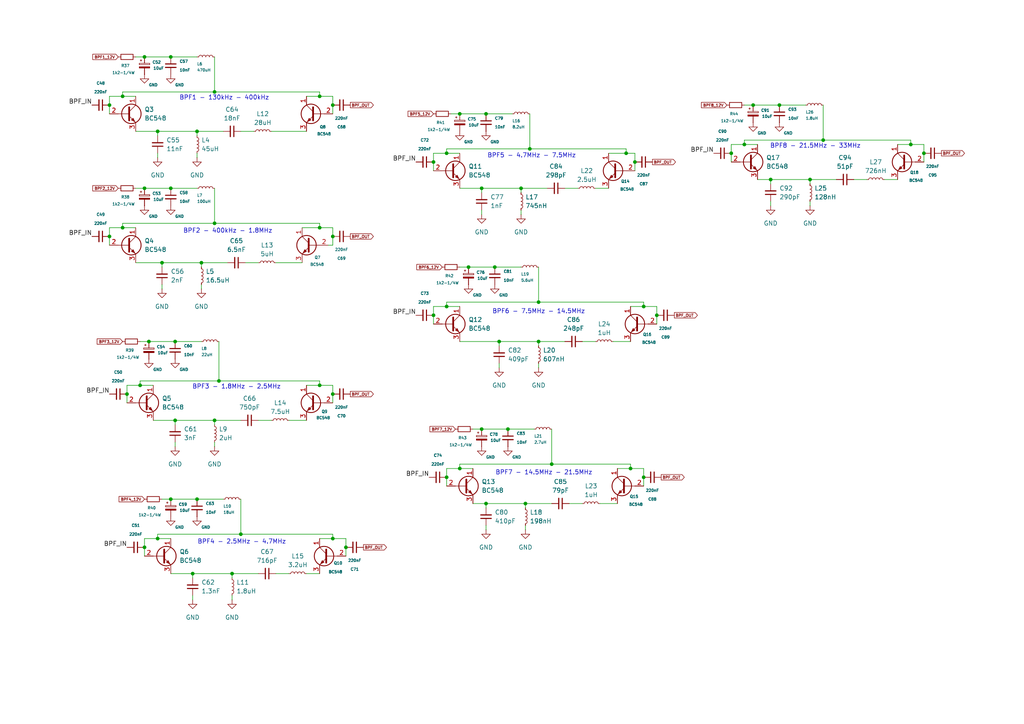
<source format=kicad_sch>
(kicad_sch (version 20250114) (generator "eeschema") (generator_version "9.0")
  (paper "A4")
  (title_block (title "Omega Radio"))
  (text "BPF2 - 400kHz - 1.8MHz " (at 66.548 67.056 0) (effects (font (size 1.27 1.27))))
  (text "BPF8 - 21.5MHz - 33MHz " (at 236.982 42.418 0) (effects (font (size 1.27 1.27))))
  (text "BPF4 - 2.5MHz - 4.7MHz " (at 70.612 157.226 0) (effects (font (size 1.27 1.27))))
  (text "BPF5 - 4.7MHz - 7.5MHz " (at 154.686 45.212 0) (effects (font (size 1.27 1.27))))
  (text "BPF7 - 14.5MHz - 21.5MHz " (at 158.242 137.16 0) (effects (font (size 1.27 1.27))))
  (text "BPF6 - 7.5MHz - 14.5MHz " (at 156.718 90.424 0) (effects (font (size 1.27 1.27))))
  (text "BPF3 - 1.8MHz - 2.5MHz " (at 69.088 112.268 0) (effects (font (size 1.27 1.27))))
  (text "BPF1 - 130kHz - 400kHz " (at 65.532 28.448 0) (effects (font (size 1.27 1.27))))
  (junction (at 40.64 111.76))
  (junction (at 144.78 99.06))
  (junction (at 184.15 46.99))
  (junction (at 186.69 138.43))
  (junction (at 92.71 66.04))
  (junction (at 36.83 114.3))
  (junction (at 67.31 166.37))
  (junction (at 35.56 27.94))
  (junction (at 50.8 99.06))
  (junction (at 152.4 146.05))
  (junction (at 129.54 88.9))
  (junction (at 125.73 91.44))
  (junction (at 49.53 144.78))
  (junction (at 62.23 64.77))
  (junction (at 140.97 146.05))
  (junction (at 49.53 54.61))
  (junction (at 264.16 41.91))
  (junction (at 96.52 156.21))
  (junction (at 46.99 76.2))
  (junction (at 100.33 158.75))
  (junction (at 226.06 30.48))
  (junction (at 182.88 135.89))
  (junction (at 143.51 77.47))
  (junction (at 96.52 30.48))
  (junction (at 41.91 16.51))
  (junction (at 31.75 68.58))
  (junction (at 49.53 16.51))
  (junction (at 139.7 124.46))
  (junction (at 92.71 27.94))
  (junction (at 62.23 121.92))
  (junction (at 133.35 135.89))
  (junction (at 212.09 44.45))
  (junction (at 267.97 44.45))
  (junction (at 147.32 124.46))
  (junction (at 45.72 156.21))
  (junction (at 31.75 30.48))
  (junction (at 218.44 30.48))
  (junction (at 160.02 134.62))
  (junction (at 57.15 144.78))
  (junction (at 238.76 40.64))
  (junction (at 190.5 91.44))
  (junction (at 45.72 38.1))
  (junction (at 57.15 38.1))
  (junction (at 215.9 41.91))
  (junction (at 62.23 26.67))
  (junction (at 129.54 44.45))
  (junction (at 234.95 52.07))
  (junction (at 41.91 158.75))
  (junction (at 55.88 166.37))
  (junction (at 156.21 99.06))
  (junction (at 223.52 52.07))
  (junction (at 135.89 77.47))
  (junction (at 41.91 54.61))
  (junction (at 96.52 68.58))
  (junction (at 129.54 138.43))
  (junction (at 181.61 44.45))
  (junction (at 69.85 154.94))
  (junction (at 139.7 54.61))
  (junction (at 125.73 46.99))
  (junction (at 35.56 66.04))
  (junction (at 156.21 87.63))
  (junction (at 96.52 114.3))
  (junction (at 186.69 88.9))
  (junction (at 133.35 33.02))
  (junction (at 63.5 110.49))
  (junction (at 92.71 111.76))
  (junction (at 43.18 99.06))
  (junction (at 58.42 76.2))
  (junction (at 140.97 33.02))
  (junction (at 50.8 121.92))
  (junction (at 151.13 54.61))
  (junction (at 153.67 43.18))
  (wire (pts (xy 256.54 52.07) (xy 260.35 52.07)))
  (wire (pts (xy 267.97 41.91) (xy 264.16 41.91)))
  (wire (pts (xy 45.72 39.37) (xy 45.72 38.1)))
  (wire (pts (xy 186.69 140.97) (xy 186.69 138.43)))
  (wire (pts (xy 133.35 134.62) (xy 160.02 134.62)))
  (wire (pts (xy 69.85 144.78) (xy 69.85 154.94)))
  (wire (pts (xy 151.13 54.61) (xy 139.7 54.61)))
  (wire (pts (xy 62.23 128.27) (xy 62.23 129.54)))
  (wire (pts (xy 41.91 16.51) (xy 49.53 16.51)))
  (wire (pts (xy 31.75 30.48) (xy 31.75 27.94)))
  (wire (pts (xy 39.37 76.2) (xy 46.99 76.2)))
  (wire (pts (xy 40.64 110.49) (xy 63.5 110.49)))
  (wire (pts (xy 151.13 60.96) (xy 151.13 62.23)))
  (wire (pts (xy 184.15 49.53) (xy 184.15 46.99)))
  (wire (pts (xy 267.97 46.99) (xy 267.97 44.45)))
  (wire (pts (xy 129.54 138.43) (xy 129.54 135.89)))
  (wire (pts (xy 57.15 38.1) (xy 64.77 38.1)))
  (wire (pts (xy 140.97 147.32) (xy 140.97 146.05)))
  (wire (pts (xy 190.5 91.44) (xy 190.5 88.9)))
  (wire (pts (xy 41.91 161.29) (xy 41.91 158.75)))
  (wire (pts (xy 45.72 154.94) (xy 69.85 154.94)))
  (wire (pts (xy 140.97 33.02) (xy 148.59 33.02)))
  (wire (pts (xy 182.88 135.89) (xy 179.07 135.89)))
  (wire (pts (xy 129.54 43.18) (xy 153.67 43.18)))
  (wire (pts (xy 50.8 99.06) (xy 58.42 99.06)))
  (wire (pts (xy 234.95 53.34) (xy 234.95 52.07)))
  (wire (pts (xy 218.44 30.48) (xy 226.06 30.48)))
  (wire (pts (xy 71.12 76.2) (xy 74.93 76.2)))
  (wire (pts (xy 133.35 99.06) (xy 144.78 99.06)))
  (wire (pts (xy 62.23 121.92) (xy 50.8 121.92)))
  (wire (pts (xy 35.56 26.67) (xy 35.56 27.94)))
  (wire (pts (xy 264.16 40.64) (xy 264.16 41.91)))
  (wire (pts (xy 67.31 167.64) (xy 67.31 166.37)))
  (wire (pts (xy 31.75 71.12) (xy 31.75 68.58)))
  (wire (pts (xy 95.25 71.12) (xy 96.52 71.12)))
  (wire (pts (xy 58.42 76.2) (xy 46.99 76.2)))
  (wire (pts (xy 186.69 135.89) (xy 182.88 135.89)))
  (wire (pts (xy 35.56 66.04) (xy 35.56 64.77)))
  (wire (pts (xy 63.5 110.49) (xy 92.71 110.49)))
  (wire (pts (xy 96.52 68.58) (xy 96.52 71.12)))
  (wire (pts (xy 80.01 166.37) (xy 83.82 166.37)))
  (wire (pts (xy 40.64 111.76) (xy 44.45 111.76)))
  (wire (pts (xy 46.99 144.78) (xy 49.53 144.78)))
  (wire (pts (xy 234.95 52.07) (xy 223.52 52.07)))
  (wire (pts (xy 215.9 41.91) (xy 215.9 40.64)))
  (wire (pts (xy 39.37 38.1) (xy 45.72 38.1)))
  (wire (pts (xy 44.45 121.92) (xy 50.8 121.92)))
  (wire (pts (xy 129.54 87.63) (xy 156.21 87.63)))
  (wire (pts (xy 55.88 167.64) (xy 55.88 166.37)))
  (wire (pts (xy 96.52 30.48) (xy 96.52 27.94)))
  (wire (pts (xy 184.15 44.45) (xy 181.61 44.45)))
  (wire (pts (xy 190.5 93.98) (xy 190.5 91.44)))
  (wire (pts (xy 58.42 77.47) (xy 58.42 76.2)))
  (wire (pts (xy 92.71 110.49) (xy 92.71 111.76)))
  (wire (pts (xy 62.23 54.61) (xy 62.23 64.77)))
  (wire (pts (xy 74.93 121.92) (xy 78.74 121.92)))
  (wire (pts (xy 100.33 161.29) (xy 100.33 158.75)))
  (wire (pts (xy 133.35 135.89) (xy 133.35 134.62)))
  (wire (pts (xy 62.23 121.92) (xy 69.85 121.92)))
  (wire (pts (xy 92.71 27.94) (xy 88.9 27.94)))
  (wire (pts (xy 151.13 54.61) (xy 158.75 54.61)))
  (wire (pts (xy 133.35 77.47) (xy 135.89 77.47)))
  (wire (pts (xy 163.83 54.61) (xy 167.64 54.61)))
  (wire (pts (xy 69.85 154.94) (xy 96.52 154.94)))
  (wire (pts (xy 151.13 55.88) (xy 151.13 54.61)))
  (wire (pts (xy 80.01 76.2) (xy 87.63 76.2)))
  (wire (pts (xy 31.75 27.94) (xy 35.56 27.94)))
  (wire (pts (xy 35.56 26.67) (xy 62.23 26.67)))
  (wire (pts (xy 153.67 43.18) (xy 181.61 43.18)))
  (wire (pts (xy 137.16 124.46) (xy 139.7 124.46)))
  (wire (pts (xy 139.7 55.88) (xy 139.7 54.61)))
  (wire (pts (xy 238.76 40.64) (xy 264.16 40.64)))
  (wire (pts (xy 45.72 156.21) (xy 45.72 154.94)))
  (wire (pts (xy 130.81 33.02) (xy 133.35 33.02)))
  (wire (pts (xy 96.52 66.04) (xy 92.71 66.04)))
  (wire (pts (xy 49.53 166.37) (xy 55.88 166.37)))
  (wire (pts (xy 223.52 59.69) (xy 223.52 58.42)))
  (wire (pts (xy 100.33 158.75) (xy 100.33 156.21)))
  (wire (pts (xy 57.15 38.1) (xy 45.72 38.1)))
  (wire (pts (xy 96.52 116.84) (xy 96.52 114.3)))
  (wire (pts (xy 135.89 77.47) (xy 143.51 77.47)))
  (wire (pts (xy 49.53 16.51) (xy 57.15 16.51)))
  (wire (pts (xy 234.95 58.42) (xy 234.95 59.69)))
  (wire (pts (xy 140.97 153.67) (xy 140.97 152.4)))
  (wire (pts (xy 219.71 52.07) (xy 223.52 52.07)))
  (wire (pts (xy 69.85 38.1) (xy 73.66 38.1)))
  (wire (pts (xy 181.61 44.45) (xy 176.53 44.45)))
  (wire (pts (xy 181.61 43.18) (xy 181.61 44.45)))
  (wire (pts (xy 177.8 99.06) (xy 182.88 99.06)))
  (wire (pts (xy 153.67 33.02) (xy 153.67 43.18)))
  (wire (pts (xy 46.99 83.82) (xy 46.99 82.55)))
  (wire (pts (xy 36.83 116.84) (xy 36.83 114.3)))
  (wire (pts (xy 215.9 30.48) (xy 218.44 30.48)))
  (wire (pts (xy 186.69 87.63) (xy 186.69 88.9)))
  (wire (pts (xy 78.74 38.1) (xy 88.9 38.1)))
  (wire (pts (xy 31.75 66.04) (xy 35.56 66.04)))
  (wire (pts (xy 62.23 26.67) (xy 92.71 26.67)))
  (wire (pts (xy 41.91 156.21) (xy 45.72 156.21)))
  (wire (pts (xy 247.65 52.07) (xy 251.46 52.07)))
  (wire (pts (xy 57.15 44.45) (xy 57.15 45.72)))
  (wire (pts (xy 226.06 30.48) (xy 233.68 30.48)))
  (wire (pts (xy 96.52 156.21) (xy 92.71 156.21)))
  (wire (pts (xy 143.51 77.47) (xy 151.13 77.47)))
  (wire (pts (xy 125.73 93.98) (xy 125.73 91.44)))
  (wire (pts (xy 129.54 44.45) (xy 133.35 44.45)))
  (wire (pts (xy 190.5 88.9) (xy 186.69 88.9)))
  (wire (pts (xy 92.71 26.67) (xy 92.71 27.94)))
  (wire (pts (xy 35.56 27.94) (xy 39.37 27.94)))
  (wire (pts (xy 50.8 123.19) (xy 50.8 121.92)))
  (wire (pts (xy 172.72 54.61) (xy 176.53 54.61)))
  (wire (pts (xy 234.95 52.07) (xy 242.57 52.07)))
  (wire (pts (xy 238.76 30.48) (xy 238.76 40.64)))
  (wire (pts (xy 62.23 16.51) (xy 62.23 26.67)))
  (wire (pts (xy 184.15 46.99) (xy 184.15 44.45)))
  (wire (pts (xy 168.91 99.06) (xy 172.72 99.06)))
  (wire (pts (xy 144.78 106.68) (xy 144.78 105.41)))
  (wire (pts (xy 212.09 44.45) (xy 212.09 41.91)))
  (wire (pts (xy 133.35 135.89) (xy 137.16 135.89)))
  (wire (pts (xy 35.56 66.04) (xy 39.37 66.04)))
  (wire (pts (xy 62.23 123.19) (xy 62.23 121.92)))
  (wire (pts (xy 129.54 88.9) (xy 129.54 87.63)))
  (wire (pts (xy 96.52 111.76) (xy 92.71 111.76)))
  (wire (pts (xy 67.31 166.37) (xy 74.93 166.37)))
  (wire (pts (xy 67.31 166.37) (xy 55.88 166.37)))
  (wire (pts (xy 129.54 88.9) (xy 133.35 88.9)))
  (wire (pts (xy 92.71 64.77) (xy 92.71 66.04)))
  (wire (pts (xy 125.73 46.99) (xy 125.73 44.45)))
  (wire (pts (xy 182.88 134.62) (xy 182.88 135.89)))
  (wire (pts (xy 55.88 173.99) (xy 55.88 172.72)))
  (wire (pts (xy 156.21 105.41) (xy 156.21 106.68)))
  (wire (pts (xy 137.16 146.05) (xy 140.97 146.05)))
  (wire (pts (xy 125.73 91.44) (xy 125.73 88.9)))
  (wire (pts (xy 39.37 54.61) (xy 41.91 54.61)))
  (wire (pts (xy 186.69 88.9) (xy 182.88 88.9)))
  (wire (pts (xy 49.53 54.61) (xy 57.15 54.61)))
  (wire (pts (xy 96.52 68.58) (xy 96.52 66.04)))
  (wire (pts (xy 156.21 87.63) (xy 186.69 87.63)))
  (wire (pts (xy 67.31 172.72) (xy 67.31 173.99)))
  (wire (pts (xy 36.83 111.76) (xy 40.64 111.76)))
  (wire (pts (xy 173.99 146.05) (xy 179.07 146.05)))
  (wire (pts (xy 35.56 64.77) (xy 62.23 64.77)))
  (wire (pts (xy 133.35 33.02) (xy 140.97 33.02)))
  (wire (pts (xy 267.97 44.45) (xy 267.97 41.91)))
  (wire (pts (xy 165.1 146.05) (xy 168.91 146.05)))
  (wire (pts (xy 88.9 166.37) (xy 92.71 166.37)))
  (wire (pts (xy 39.37 16.51) (xy 41.91 16.51)))
  (wire (pts (xy 96.52 114.3) (xy 96.52 111.76)))
  (wire (pts (xy 83.82 121.92) (xy 88.9 121.92)))
  (wire (pts (xy 152.4 152.4) (xy 152.4 153.67)))
  (wire (pts (xy 63.5 99.06) (xy 63.5 110.49)))
  (wire (pts (xy 139.7 124.46) (xy 147.32 124.46)))
  (wire (pts (xy 58.42 76.2) (xy 66.04 76.2)))
  (wire (pts (xy 160.02 134.62) (xy 182.88 134.62)))
  (wire (pts (xy 45.72 45.72) (xy 45.72 44.45)))
  (wire (pts (xy 156.21 100.33) (xy 156.21 99.06)))
  (wire (pts (xy 125.73 44.45) (xy 129.54 44.45)))
  (wire (pts (xy 156.21 77.47) (xy 156.21 87.63)))
  (wire (pts (xy 40.64 111.76) (xy 40.64 110.49)))
  (wire (pts (xy 96.52 33.02) (xy 96.52 30.48)))
  (wire (pts (xy 96.52 27.94) (xy 92.71 27.94)))
  (wire (pts (xy 129.54 135.89) (xy 133.35 135.89)))
  (wire (pts (xy 92.71 111.76) (xy 88.9 111.76)))
  (wire (pts (xy 152.4 146.05) (xy 140.97 146.05)))
  (wire (pts (xy 129.54 44.45) (xy 129.54 43.18)))
  (wire (pts (xy 58.42 82.55) (xy 58.42 83.82)))
  (wire (pts (xy 41.91 54.61) (xy 49.53 54.61)))
  (wire (pts (xy 212.09 46.99) (xy 212.09 44.45)))
  (wire (pts (xy 125.73 88.9) (xy 129.54 88.9)))
  (wire (pts (xy 57.15 144.78) (xy 64.77 144.78)))
  (wire (pts (xy 152.4 146.05) (xy 160.02 146.05)))
  (wire (pts (xy 31.75 68.58) (xy 31.75 66.04)))
  (wire (pts (xy 50.8 129.54) (xy 50.8 128.27)))
  (wire (pts (xy 49.53 144.78) (xy 57.15 144.78)))
  (wire (pts (xy 223.52 53.34) (xy 223.52 52.07)))
  (wire (pts (xy 152.4 147.32) (xy 152.4 146.05)))
  (wire (pts (xy 133.35 54.61) (xy 139.7 54.61)))
  (wire (pts (xy 160.02 124.46) (xy 160.02 134.62)))
  (wire (pts (xy 186.69 138.43) (xy 186.69 135.89)))
  (wire (pts (xy 156.21 99.06) (xy 163.83 99.06)))
  (wire (pts (xy 31.75 33.02) (xy 31.75 30.48)))
  (wire (pts (xy 215.9 41.91) (xy 219.71 41.91)))
  (wire (pts (xy 36.83 114.3) (xy 36.83 111.76)))
  (wire (pts (xy 41.91 158.75) (xy 41.91 156.21)))
  (wire (pts (xy 125.73 49.53) (xy 125.73 46.99)))
  (wire (pts (xy 100.33 156.21) (xy 96.52 156.21)))
  (wire (pts (xy 46.99 77.47) (xy 46.99 76.2)))
  (wire (pts (xy 212.09 41.91) (xy 215.9 41.91)))
  (wire (pts (xy 156.21 99.06) (xy 144.78 99.06)))
  (wire (pts (xy 43.18 99.06) (xy 50.8 99.06)))
  (wire (pts (xy 92.71 66.04) (xy 87.63 66.04)))
  (wire (pts (xy 139.7 62.23) (xy 139.7 60.96)))
  (wire (pts (xy 62.23 64.77) (xy 92.71 64.77)))
  (wire (pts (xy 45.72 156.21) (xy 49.53 156.21)))
  (wire (pts (xy 144.78 100.33) (xy 144.78 99.06)))
  (wire (pts (xy 147.32 124.46) (xy 154.94 124.46)))
  (wire (pts (xy 40.64 99.06) (xy 43.18 99.06)))
  (wire (pts (xy 129.54 140.97) (xy 129.54 138.43)))
  (wire (pts (xy 215.9 40.64) (xy 238.76 40.64)))
  (wire (pts (xy 57.15 39.37) (xy 57.15 38.1)))
  (wire (pts (xy 264.16 41.91) (xy 260.35 41.91)))
  (wire (pts (xy 96.52 154.94) (xy 96.52 156.21)))
  (label "BPF_IN" (at 120.65 46.99 180))
  (label "BPF_IN" (at 31.75 114.3 180))
  (label "BPF_IN" (at 207.01 44.45 180))
  (label "BPF_IN" (at 120.65 91.44 180))
  (label "BPF_IN" (at 26.67 30.48 180))
  (label "BPF_IN" (at 124.46 138.43 180))
  (label "BPF_IN" (at 26.67 68.58 180))
  (label "BPF_IN" (at 36.83 158.75 180))
  (global_label "BPF2_12V" (shape input) (at 34.29 54.61 180) (effects (font (size 0.8 0.8))) (property "Intersheetrefs" "${INTERSHEET_REFS}" (effects (hide yes))))
  (global_label "BPF_OUT" (shape output) (at 105.41 158.75 0) (effects (font (size 0.8 0.8))) (property "Intersheetrefs" "${INTERSHEET_REFS}" (effects (hide yes))))
  (global_label "BPF_OUT" (shape output) (at 189.23 46.99 0) (effects (font (size 0.8 0.8))) (property "Intersheetrefs" "${INTERSHEET_REFS}" (effects (hide yes))))
  (global_label "BPF3_12V" (shape input) (at 35.56 99.06 180) (effects (font (size 0.8 0.8))) (property "Intersheetrefs" "${INTERSHEET_REFS}" (effects (hide yes))))
  (global_label "BPF_OUT" (shape output) (at 101.6 114.3 0) (effects (font (size 0.8 0.8))) (property "Intersheetrefs" "${INTERSHEET_REFS}" (effects (hide yes))))
  (global_label "BPF_OUT" (shape output) (at 195.58 91.44 0) (effects (font (size 0.8 0.8))) (property "Intersheetrefs" "${INTERSHEET_REFS}" (effects (hide yes))))
  (global_label "BPF_OUT" (shape output) (at 101.6 68.58 0) (effects (font (size 0.8 0.8))) (property "Intersheetrefs" "${INTERSHEET_REFS}" (effects (hide yes))))
  (global_label "BPF6_12V" (shape input) (at 128.27 77.47 180) (effects (font (size 0.8 0.8))) (property "Intersheetrefs" "${INTERSHEET_REFS}" (effects (hide yes))))
  (global_label "BPF_OUT" (shape output) (at 191.77 138.43 0) (effects (font (size 0.8 0.8))) (property "Intersheetrefs" "${INTERSHEET_REFS}" (effects (hide yes))))
  (global_label "BPF_OUT" (shape output) (at 273.05 44.45 0) (effects (font (size 0.8 0.8))) (property "Intersheetrefs" "${INTERSHEET_REFS}" (effects (hide yes))))
  (global_label "BPF5_12V" (shape input) (at 125.73 33.02 180) (effects (font (size 0.8 0.8))) (property "Intersheetrefs" "${INTERSHEET_REFS}" (effects (hide yes))))
  (global_label "BPF4_12V" (shape input) (at 41.91 144.78 180) (effects (font (size 0.8 0.8))) (property "Intersheetrefs" "${INTERSHEET_REFS}" (effects (hide yes))))
  (global_label "BPF1_12V" (shape input) (at 34.29 16.51 180) (effects (font (size 0.8 0.8))) (property "Intersheetrefs" "${INTERSHEET_REFS}" (effects (hide yes))))
  (global_label "BPF8_12V" (shape input) (at 210.82 30.48 180) (effects (font (size 0.8 0.8))) (property "Intersheetrefs" "${INTERSHEET_REFS}" (effects (hide yes))))
  (global_label "BPF_OUT" (shape output) (at 101.6 30.48 0) (effects (font (size 0.8 0.8))) (property "Intersheetrefs" "${INTERSHEET_REFS}" (effects (hide yes))))
  (global_label "BPF7_12V" (shape input) (at 132.08 124.46 180) (effects (font (size 0.8 0.8))) (property "Intersheetrefs" "${INTERSHEET_REFS}" (effects (hide yes))))
  (symbol (lib_id "power:GND") (at 226.06 35.56 0) (unit 1)
    (property "Reference" "#PWR0116" (effects (hide yes)))
    (property "Value" "GND" (at 228.6 38.608 0) (effects (font (size 0.8 0.8))))
    (property "Description" "Power symbol creates a global label with name \"GND\" , ground" (effects (hide yes)))
  )
  (symbol (lib_id "Device:L_Small") (at 153.67 77.47 90) (unit 1)
    (property "Reference" "L19" (at 151.13 79.502 90) (effects (font (size 0.8 0.8)) (justify right)))
    (property "Value" "5.6uH" (at 151.13 81.28 90) (effects (font (size 0.8 0.8)) (justify right)))
    (property "Description" "Inductor, small symbol" (effects (hide yes)))
  )
  (symbol (lib_id "Transistor_BJT:BC548") (at 130.81 49.53 0) (unit 1)
    (property "Reference" "Q11" (at 135.89 48.2599 0) (effects (justify left)))
    (property "Value" "BC548" (at 135.89 50.7999 0) (effects (justify left)))
    (property "Footprint" "Package_TO_SOT_THT:TO-92_Inline" (effects (hide yes)))
    (property "Datasheet" "https://www.onsemi.com/pub/Collateral/BC550-D.pdf" (effects (hide yes)))
    (property "Description" "0.1A Ic, 30V Vce, Small Signal NPN Transistor, TO-92" (effects (hide yes)))
  )
  (symbol (lib_id "Device:C_Polarized_Small") (at 133.35 35.56 0) (unit 1)
    (property "Reference" "C75" (at 135.636 34.544 0) (effects (font (size 0.8 0.8)) (justify left)))
    (property "Value" "10uF" (at 135.89 36.2839 0) (effects (font (size 0.8 0.8)) (justify left)))
    (property "Description" "Polarized capacitor, small symbol" (effects (hide yes)))
  )
  (symbol (lib_id "Device:L_Small") (at 58.42 80.01 0) (unit 1)
    (property "Reference" "L5" (at 59.69 78.7399 0) (effects (justify left)))
    (property "Value" "16.5uH" (at 59.69 81.2799 0) (effects (justify left)))
    (property "Description" "Inductor, small symbol" (effects (hide yes)))
  )
  (symbol (lib_id "Device:C_Small") (at 99.06 68.58 270) (mirror x) (unit 1)
    (property "Reference" "C69" (at 99.0536 74.93 90) (effects (font (size 0.8 0.8))))
    (property "Value" "220nF" (at 99.0536 72.39 90) (effects (font (size 0.8 0.8))))
    (property "Description" "Unpolarized capacitor, small symbol" (effects (hide yes)))
  )
  (symbol (lib_id "Device:C_Small") (at 99.06 30.48 270) (mirror x) (unit 1)
    (property "Reference" "C68" (at 99.0536 36.83 90) (effects (font (size 0.8 0.8))))
    (property "Value" "220nF" (at 99.0536 34.29 90) (effects (font (size 0.8 0.8))))
    (property "Description" "Unpolarized capacitor, small symbol" (effects (hide yes)))
  )
  (symbol (lib_id "Device:C_Small") (at 144.78 102.87 180) (unit 1)
    (property "Reference" "C82" (at 147.32 101.5935 0) (effects (justify right)))
    (property "Value" "409pF" (at 147.32 104.1335 0) (effects (justify right)))
    (property "Description" "Unpolarized capacitor, small symbol" (effects (hide yes)))
  )
  (symbol (lib_id "Device:C_Small") (at 102.87 158.75 270) (mirror x) (unit 1)
    (property "Reference" "C71" (at 102.8636 165.1 90) (effects (font (size 0.8 0.8))))
    (property "Value" "220nF" (at 102.8636 162.56 90) (effects (font (size 0.8 0.8))))
    (property "Description" "Unpolarized capacitor, small symbol" (effects (hide yes)))
  )
  (symbol (lib_id "power:GND") (at 58.42 83.82 0) (unit 1)
    (property "Reference" "#PWR099" (effects (hide yes)))
    (property "Value" "GND" (at 58.42 88.9 0))
    (property "Description" "Power symbol creates a global label with name \"GND\" , ground" (effects (hide yes)))
  )
  (symbol (lib_id "Device:L_Small") (at 81.28 121.92 90) (unit 1)
    (property "Reference" "L14" (at 81.28 116.84 90))
    (property "Value" "7.5uH" (at 81.28 119.38 90))
    (property "Description" "Inductor, small symbol" (effects (hide yes)))
  )
  (symbol (lib_id "Device:C_Small") (at 193.04 91.44 270) (mirror x) (unit 1)
    (property "Reference" "C89" (at 193.0336 97.79 90) (effects (font (size 0.8 0.8))))
    (property "Value" "220nF" (at 193.0336 95.25 90) (effects (font (size 0.8 0.8))))
    (property "Description" "Unpolarized capacitor, small symbol" (effects (hide yes)))
  )
  (symbol (lib_id "Device:C_Small") (at 99.06 114.3 270) (mirror x) (unit 1)
    (property "Reference" "C70" (at 99.0536 120.65 90) (effects (font (size 0.8 0.8))))
    (property "Value" "220nF" (at 99.0536 118.11 90) (effects (font (size 0.8 0.8))))
    (property "Description" "Unpolarized capacitor, small symbol" (effects (hide yes)))
  )
  (symbol (lib_id "power:GND") (at 144.78 106.68 0) (unit 1)
    (property "Reference" "#PWR0109" (effects (hide yes)))
    (property "Value" "GND" (at 144.78 111.76 0))
    (property "Description" "Power symbol creates a global label with name \"GND\" , ground" (effects (hide yes)))
  )
  (symbol (lib_id "Transistor_BJT:BC548") (at 36.83 33.02 0) (unit 1)
    (property "Reference" "Q3" (at 41.91 31.7499 0) (effects (justify left)))
    (property "Value" "BC548" (at 41.91 34.2899 0) (effects (justify left)))
    (property "Footprint" "Package_TO_SOT_THT:TO-92_Inline" (effects (hide yes)))
    (property "Datasheet" "https://www.onsemi.com/pub/Collateral/BC550-D.pdf" (effects (hide yes)))
    (property "Description" "0.1A Ic, 30V Vce, Small Signal NPN Transistor, TO-92" (effects (hide yes)))
  )
  (symbol (lib_id "Device:C_Small") (at 29.21 68.58 270) (unit 1)
    (property "Reference" "C49" (at 29.2036 62.23 90) (effects (font (size 0.8 0.8))))
    (property "Value" "220nF" (at 29.2036 64.77 90) (effects (font (size 0.8 0.8))))
    (property "Description" "Unpolarized capacitor, small symbol" (effects (hide yes)))
  )
  (symbol (lib_id "power:GND") (at 135.89 82.55 0) (unit 1)
    (property "Reference" "#PWR0103" (effects (hide yes)))
    (property "Value" "GND" (at 138.43 85.598 0) (effects (font (size 0.8 0.8))))
    (property "Description" "Power symbol creates a global label with name \"GND\" , ground" (effects (hide yes)))
  )
  (symbol (lib_id "Device:C_Polarized_Small") (at 41.91 19.05 0) (unit 1)
    (property "Reference" "C52" (at 44.196 18.034 0) (effects (font (size 0.8 0.8)) (justify left)))
    (property "Value" "10uF" (at 44.45 19.7739 0) (effects (font (size 0.8 0.8)) (justify left)))
    (property "Description" "Polarized capacitor, small symbol" (effects (hide yes)))
  )
  (symbol (lib_id "Device:L_Small") (at 67.31 170.18 0) (unit 1)
    (property "Reference" "L11" (at 68.58 168.9099 0) (effects (justify left)))
    (property "Value" "1.8uH" (at 68.58 171.4499 0) (effects (justify left)))
    (property "Description" "Inductor, small symbol" (effects (hide yes)))
  )
  (symbol (lib_id "Device:C_Small") (at 46.99 80.01 180) (unit 1)
    (property "Reference" "C56" (at 49.53 78.7335 0) (effects (justify right)))
    (property "Value" "2nF" (at 49.53 81.2735 0) (effects (justify right)))
    (property "Description" "Unpolarized capacitor, small symbol" (effects (hide yes)))
  )
  (symbol (lib_id "power:GND") (at 147.32 129.54 0) (unit 1)
    (property "Reference" "#PWR0110" (effects (hide yes)))
    (property "Value" "GND" (at 149.86 132.588 0) (effects (font (size 0.8 0.8))))
    (property "Description" "Power symbol creates a global label with name \"GND\" , ground" (effects (hide yes)))
  )
  (symbol (lib_id "power:GND") (at 218.44 35.56 0) (unit 1)
    (property "Reference" "#PWR0114" (effects (hide yes)))
    (property "Value" "GND" (at 220.98 38.608 0) (effects (font (size 0.8 0.8))))
    (property "Description" "Power symbol creates a global label with name \"GND\" , ground" (effects (hide yes)))
  )
  (symbol (lib_id "Transistor_BJT:BC548") (at 90.17 71.12 0) (mirror y) (unit 1)
    (property "Reference" "Q7" (at 92.964 74.676 0) (effects (font (size 0.8 0.8)) (justify left)))
    (property "Value" "BC548" (at 93.98 76.708 0) (effects (font (size 0.8 0.8)) (justify left)))
    (property "Footprint" "Package_TO_SOT_THT:TO-92_Inline" (effects (hide yes)))
    (property "Datasheet" "https://www.onsemi.com/pub/Collateral/BC550-D.pdf" (effects (hide yes)))
    (property "Description" "0.1A Ic, 30V Vce, Small Signal NPN Transistor, TO-92" (effects (hide yes)))
  )
  (symbol (lib_id "Device:C_Small") (at 72.39 121.92 270) (unit 1)
    (property "Reference" "C66" (at 72.3836 115.57 90))
    (property "Value" "750pF" (at 72.3836 118.11 90))
    (property "Description" "Unpolarized capacitor, small symbol" (effects (hide yes)))
  )
  (symbol (lib_id "power:GND") (at 49.53 149.86 0) (unit 1)
    (property "Reference" "#PWR093" (effects (hide yes)))
    (property "Value" "GND" (at 52.07 152.908 0) (effects (font (size 0.8 0.8))))
    (property "Description" "Power symbol creates a global label with name \"GND\" , ground" (effects (hide yes)))
  )
  (symbol (lib_id "Device:C_Small") (at 39.37 158.75 270) (unit 1)
    (property "Reference" "C51" (at 39.3636 152.4 90) (effects (font (size 0.8 0.8))))
    (property "Value" "220nF" (at 39.3636 154.94 90) (effects (font (size 0.8 0.8))))
    (property "Description" "Unpolarized capacitor, small symbol" (effects (hide yes)))
  )
  (symbol (lib_id "Transistor_BJT:BC548") (at 95.25 161.29 0) (mirror y) (unit 1)
    (property "Reference" "Q10" (at 99.314 163.322 0) (effects (font (size 0.8 0.8)) (justify left)))
    (property "Value" "BC548" (at 99.314 165.862 0) (effects (font (size 0.8 0.8)) (justify left)))
    (property "Footprint" "Package_TO_SOT_THT:TO-92_Inline" (effects (hide yes)))
    (property "Datasheet" "https://www.onsemi.com/pub/Collateral/BC550-D.pdf" (effects (hide yes)))
    (property "Description" "0.1A Ic, 30V Vce, Small Signal NPN Transistor, TO-92" (effects (hide yes)))
  )
  (symbol (lib_id "Device:L_Small") (at 86.36 166.37 90) (unit 1)
    (property "Reference" "L15" (at 86.36 161.29 90))
    (property "Value" "3.2uH" (at 86.36 163.83 90))
    (property "Description" "Inductor, small symbol" (effects (hide yes)))
  )
  (symbol (lib_id "power:GND") (at 49.53 59.69 0) (unit 1)
    (property "Reference" "#PWR092" (effects (hide yes)))
    (property "Value" "GND" (at 52.07 62.738 0) (effects (font (size 0.8 0.8))))
    (property "Description" "Power symbol creates a global label with name \"GND\" , ground" (effects (hide yes)))
  )
  (symbol (lib_id "Device:L_Small") (at 152.4 149.86 0) (unit 1)
    (property "Reference" "L18" (at 153.67 148.5899 0) (effects (justify left)))
    (property "Value" "198nH" (at 153.67 151.1299 0) (effects (justify left)))
    (property "Description" "Inductor, small symbol" (effects (hide yes)))
  )
  (symbol (lib_id "Device:C_Small") (at 49.53 19.05 0) (unit 1)
    (property "Reference" "C57" (at 52.07 17.7863 0) (effects (font (size 0.8 0.8)) (justify left)))
    (property "Value" "10nF" (at 52.07 20.3263 0) (effects (font (size 0.8 0.8)) (justify left)))
    (property "Description" "Unpolarized capacitor, small symbol" (effects (hide yes)))
  )
  (symbol (lib_id "Device:C_Small") (at 140.97 35.56 0) (unit 1)
    (property "Reference" "C79" (at 143.51 34.2963 0) (effects (font (size 0.8 0.8)) (justify left)))
    (property "Value" "10nF" (at 143.51 36.8363 0) (effects (font (size 0.8 0.8)) (justify left)))
    (property "Description" "Unpolarized capacitor, small symbol" (effects (hide yes)))
  )
  (symbol (lib_id "power:GND") (at 151.13 62.23 0) (unit 1)
    (property "Reference" "#PWR0111" (effects (hide yes)))
    (property "Value" "GND" (at 151.13 67.31 0))
    (property "Description" "Power symbol creates a global label with name \"GND\" , ground" (effects (hide yes)))
  )
  (symbol (lib_id "Device:L_Small") (at 234.95 55.88 0) (unit 1)
    (property "Reference" "L25" (at 236.22 54.6099 0) (effects (justify left)))
    (property "Value" "128nH" (at 236.22 57.1499 0) (effects (justify left)))
    (property "Description" "Inductor, small symbol" (effects (hide yes)))
  )
  (symbol (lib_id "Device:C_Small") (at 147.32 127 0) (unit 1)
    (property "Reference" "C83" (at 149.86 125.7363 0) (effects (font (size 0.8 0.8)) (justify left)))
    (property "Value" "10nF" (at 149.86 128.2763 0) (effects (font (size 0.8 0.8)) (justify left)))
    (property "Description" "Unpolarized capacitor, small symbol" (effects (hide yes)))
  )
  (symbol (lib_id "Device:R_Small") (at 36.83 16.51 90) (unit 1)
    (property "Reference" "R37" (at 37.592 19.05 90) (effects (font (size 0.8 0.8)) (justify left)))
    (property "Value" "1k2-1/4W" (at 39.116 21.082 90) (effects (font (size 0.8 0.8)) (justify left)))
    (property "Description" "Resistor, small symbol" (effects (hide yes)))
  )
  (symbol (lib_id "Device:C_Small") (at 209.55 44.45 270) (unit 1)
    (property "Reference" "C90" (at 209.5436 38.1 90) (effects (font (size 0.8 0.8))))
    (property "Value" "220nF" (at 209.5436 40.64 90) (effects (font (size 0.8 0.8))))
    (property "Description" "Unpolarized capacitor, small symbol" (effects (hide yes)))
  )
  (symbol (lib_id "Device:C_Polarized_Small") (at 43.18 101.6 0) (unit 1)
    (property "Reference" "C54" (at 45.466 100.584 0) (effects (font (size 0.8 0.8)) (justify left)))
    (property "Value" "10uF" (at 45.72 102.3239 0) (effects (font (size 0.8 0.8)) (justify left)))
    (property "Description" "Polarized capacitor, small symbol" (effects (hide yes)))
  )
  (symbol (lib_id "Device:C_Small") (at 50.8 101.6 0) (unit 1)
    (property "Reference" "C60" (at 53.34 100.3363 0) (effects (font (size 0.8 0.8)) (justify left)))
    (property "Value" "10nF" (at 53.34 102.8763 0) (effects (font (size 0.8 0.8)) (justify left)))
    (property "Description" "Unpolarized capacitor, small symbol" (effects (hide yes)))
  )
  (symbol (lib_id "power:GND") (at 46.99 83.82 0) (unit 1)
    (property "Reference" "#PWR090" (effects (hide yes)))
    (property "Value" "GND" (at 46.99 88.9 0))
    (property "Description" "Power symbol creates a global label with name \"GND\" , ground" (effects (hide yes)))
  )
  (symbol (lib_id "power:GND") (at 57.15 45.72 0) (unit 1)
    (property "Reference" "#PWR097" (effects (hide yes)))
    (property "Value" "GND" (at 57.15 50.8 0))
    (property "Description" "Power symbol creates a global label with name \"GND\" , ground" (effects (hide yes)))
  )
  (symbol (lib_id "Device:C_Polarized_Small") (at 41.91 57.15 0) (unit 1)
    (property "Reference" "C53" (at 44.196 56.134 0) (effects (font (size 0.8 0.8)) (justify left)))
    (property "Value" "10uF" (at 44.45 57.8739 0) (effects (font (size 0.8 0.8)) (justify left)))
    (property "Description" "Polarized capacitor, small symbol" (effects (hide yes)))
  )
  (symbol (lib_id "Device:C_Polarized_Small") (at 49.53 147.32 0) (unit 1)
    (property "Reference" "C59" (at 51.816 146.304 0) (effects (font (size 0.8 0.8)) (justify left)))
    (property "Value" "10uF" (at 52.07 148.0439 0) (effects (font (size 0.8 0.8)) (justify left)))
    (property "Description" "Polarized capacitor, small symbol" (effects (hide yes)))
  )
  (symbol (lib_id "power:GND") (at 57.15 149.86 0) (unit 1)
    (property "Reference" "#PWR098" (effects (hide yes)))
    (property "Value" "GND" (at 59.69 152.908 0) (effects (font (size 0.8 0.8))))
    (property "Description" "Power symbol creates a global label with name \"GND\" , ground" (effects (hide yes)))
  )
  (symbol (lib_id "power:GND") (at 223.52 59.69 0) (unit 1)
    (property "Reference" "#PWR0115" (effects (hide yes)))
    (property "Value" "GND" (at 223.52 64.77 0))
    (property "Description" "Power symbol creates a global label with name \"GND\" , ground" (effects (hide yes)))
  )
  (symbol (lib_id "power:GND") (at 41.91 59.69 0) (unit 1)
    (property "Reference" "#PWR087" (effects (hide yes)))
    (property "Value" "GND" (at 44.45 62.738 0) (effects (font (size 0.8 0.8))))
    (property "Description" "Power symbol creates a global label with name \"GND\" , ground" (effects (hide yes)))
  )
  (symbol (lib_id "Device:C_Small") (at 186.69 46.99 270) (mirror x) (unit 1)
    (property "Reference" "C87" (at 186.6836 53.34 90) (effects (font (size 0.8 0.8))))
    (property "Value" "220nF" (at 186.6836 50.8 90) (effects (font (size 0.8 0.8))))
    (property "Description" "Unpolarized capacitor, small symbol" (effects (hide yes)))
  )
  (symbol (lib_id "power:GND") (at 139.7 129.54 0) (unit 1)
    (property "Reference" "#PWR0105" (effects (hide yes)))
    (property "Value" "GND" (at 142.24 132.588 0) (effects (font (size 0.8 0.8))))
    (property "Description" "Power symbol creates a global label with name \"GND\" , ground" (effects (hide yes)))
  )
  (symbol (lib_id "Transistor_BJT:BC548") (at 185.42 93.98 0) (mirror y) (unit 1)
    (property "Reference" "Q16" (at 188.976 97.028 0) (effects (font (size 0.8 0.8)) (justify left)))
    (property "Value" "BC548" (at 190.246 99.314 0) (effects (font (size 0.8 0.8)) (justify left)))
    (property "Footprint" "Package_TO_SOT_THT:TO-92_Inline" (effects (hide yes)))
    (property "Datasheet" "https://www.onsemi.com/pub/Collateral/BC550-D.pdf" (effects (hide yes)))
    (property "Description" "0.1A Ic, 30V Vce, Small Signal NPN Transistor, TO-92" (effects (hide yes)))
  )
  (symbol (lib_id "Device:C_Small") (at 29.21 30.48 270) (unit 1)
    (property "Reference" "C48" (at 29.2036 24.13 90) (effects (font (size 0.8 0.8))))
    (property "Value" "220nF" (at 29.2036 26.67 90) (effects (font (size 0.8 0.8))))
    (property "Description" "Unpolarized capacitor, small symbol" (effects (hide yes)))
  )
  (symbol (lib_id "Device:L_Small") (at 77.47 76.2 90) (unit 1)
    (property "Reference" "L13" (at 77.47 71.12 90))
    (property "Value" "5uH" (at 77.47 73.66 90))
    (property "Description" "Inductor, small symbol" (effects (hide yes)))
  )
  (symbol (lib_id "Device:R_Small") (at 38.1 99.06 90) (unit 1)
    (property "Reference" "R39" (at 38.862 101.6 90) (effects (font (size 0.8 0.8)) (justify left)))
    (property "Value" "1k2-1/4W" (at 40.386 103.632 90) (effects (font (size 0.8 0.8)) (justify left)))
    (property "Description" "Resistor, small symbol" (effects (hide yes)))
  )
  (symbol (lib_id "Device:R_Small") (at 128.27 33.02 90) (unit 1)
    (property "Reference" "R41" (at 129.032 35.56 90) (effects (font (size 0.8 0.8)) (justify left)))
    (property "Value" "1k2-1/4W" (at 130.556 37.592 90) (effects (font (size 0.8 0.8)) (justify left)))
    (property "Description" "Resistor, small symbol" (effects (hide yes)))
  )
  (symbol (lib_id "Device:C_Small") (at 270.51 44.45 270) (mirror x) (unit 1)
    (property "Reference" "C95" (at 270.5036 50.8 90) (effects (font (size 0.8 0.8))))
    (property "Value" "220nF" (at 270.5036 48.26 90) (effects (font (size 0.8 0.8))))
    (property "Description" "Unpolarized capacitor, small symbol" (effects (hide yes)))
  )
  (symbol (lib_id "Device:R_Small") (at 134.62 124.46 90) (unit 1)
    (property "Reference" "R43" (at 135.382 127 90) (effects (font (size 0.8 0.8)) (justify left)))
    (property "Value" "1k2-1/4W" (at 136.906 129.032 90) (effects (font (size 0.8 0.8)) (justify left)))
    (property "Description" "Resistor, small symbol" (effects (hide yes)))
  )
  (symbol (lib_id "Transistor_BJT:BC548") (at 46.99 161.29 0) (unit 1)
    (property "Reference" "Q6" (at 52.07 160.0199 0) (effects (justify left)))
    (property "Value" "BC548" (at 52.07 162.5599 0) (effects (justify left)))
    (property "Footprint" "Package_TO_SOT_THT:TO-92_Inline" (effects (hide yes)))
    (property "Datasheet" "https://www.onsemi.com/pub/Collateral/BC550-D.pdf" (effects (hide yes)))
    (property "Description" "0.1A Ic, 30V Vce, Small Signal NPN Transistor, TO-92" (effects (hide yes)))
  )
  (symbol (lib_id "Transistor_BJT:BC548") (at 91.44 116.84 0) (mirror y) (unit 1)
    (property "Reference" "Q9" (at 94.996 119.38 0) (effects (font (size 0.8 0.8)) (justify left)))
    (property "Value" "BC548" (at 95.758 121.158 0) (effects (font (size 0.8 0.8)) (justify left)))
    (property "Footprint" "Package_TO_SOT_THT:TO-92_Inline" (effects (hide yes)))
    (property "Datasheet" "https://www.onsemi.com/pub/Collateral/BC550-D.pdf" (effects (hide yes)))
    (property "Description" "0.1A Ic, 30V Vce, Small Signal NPN Transistor, TO-92" (effects (hide yes)))
  )
  (symbol (lib_id "Device:C_Small") (at 139.7 58.42 180) (unit 1)
    (property "Reference" "C77" (at 142.24 57.1435 0) (effects (justify right)))
    (property "Value" "1nF" (at 142.24 59.6835 0) (effects (justify right)))
    (property "Description" "Unpolarized capacitor, small symbol" (effects (hide yes)))
  )
  (symbol (lib_id "Device:C_Small") (at 143.51 80.01 0) (unit 1)
    (property "Reference" "C81" (at 146.05 78.7463 0) (effects (font (size 0.8 0.8)) (justify left)))
    (property "Value" "10nF" (at 146.05 81.2863 0) (effects (font (size 0.8 0.8)) (justify left)))
    (property "Description" "Unpolarized capacitor, small symbol" (effects (hide yes)))
  )
  (symbol (lib_id "power:GND") (at 152.4 153.67 0) (unit 1)
    (property "Reference" "#PWR0112" (effects (hide yes)))
    (property "Value" "GND" (at 152.4 158.75 0))
    (property "Description" "Power symbol creates a global label with name \"GND\" , ground" (effects (hide yes)))
  )
  (symbol (lib_id "Device:R_Small") (at 36.83 54.61 90) (unit 1)
    (property "Reference" "R38" (at 37.592 57.15 90) (effects (font (size 0.8 0.8)) (justify left)))
    (property "Value" "1k2-1/4W" (at 39.116 59.182 90) (effects (font (size 0.8 0.8)) (justify left)))
    (property "Description" "Resistor, small symbol" (effects (hide yes)))
  )
  (symbol (lib_id "Device:L_Small") (at 171.45 146.05 90) (unit 1)
    (property "Reference" "L23" (at 171.45 140.97 90))
    (property "Value" "1uH" (at 171.45 143.51 90))
    (property "Description" "Inductor, small symbol" (effects (hide yes)))
  )
  (symbol (lib_id "Device:L_Small") (at 57.15 41.91 0) (unit 1)
    (property "Reference" "L4" (at 58.42 40.6399 0) (effects (justify left)))
    (property "Value" "45uH" (at 58.42 43.1799 0) (effects (justify left)))
    (property "Description" "Inductor, small symbol" (effects (hide yes)))
  )
  (symbol (lib_id "Device:C_Polarized_Small") (at 135.89 80.01 0) (unit 1)
    (property "Reference" "C76" (at 138.176 78.994 0) (effects (font (size 0.8 0.8)) (justify left)))
    (property "Value" "10uF" (at 138.43 80.7339 0) (effects (font (size 0.8 0.8)) (justify left)))
    (property "Description" "Polarized capacitor, small symbol" (effects (hide yes)))
  )
  (symbol (lib_id "Device:C_Small") (at 55.88 170.18 180) (unit 1)
    (property "Reference" "C62" (at 58.42 168.9035 0) (effects (justify right)))
    (property "Value" "1.3nF" (at 58.42 171.4435 0) (effects (justify right)))
    (property "Description" "Unpolarized capacitor, small symbol" (effects (hide yes)))
  )
  (symbol (lib_id "power:GND") (at 55.88 173.99 0) (unit 1)
    (property "Reference" "#PWR096" (effects (hide yes)))
    (property "Value" "GND" (at 55.88 179.07 0))
    (property "Description" "Power symbol creates a global label with name \"GND\" , ground" (effects (hide yes)))
  )
  (symbol (lib_id "Transistor_BJT:BC548") (at 36.83 71.12 0) (unit 1)
    (property "Reference" "Q4" (at 41.91 69.8499 0) (effects (justify left)))
    (property "Value" "BC548" (at 41.91 72.3899 0) (effects (justify left)))
    (property "Footprint" "Package_TO_SOT_THT:TO-92_Inline" (effects (hide yes)))
    (property "Datasheet" "https://www.onsemi.com/pub/Collateral/BC550-D.pdf" (effects (hide yes)))
    (property "Description" "0.1A Ic, 30V Vce, Small Signal NPN Transistor, TO-92" (effects (hide yes)))
  )
  (symbol (lib_id "Device:L_Small") (at 67.31 144.78 90) (unit 1)
    (property "Reference" "L10" (at 64.77 146.812 90) (effects (font (size 0.8 0.8)) (justify right)))
    (property "Value" "18uH" (at 64.77 148.59 90) (effects (font (size 0.8 0.8)) (justify right)))
    (property "Description" "Inductor, small symbol" (effects (hide yes)))
  )
  (symbol (lib_id "power:GND") (at 50.8 104.14 0) (unit 1)
    (property "Reference" "#PWR094" (effects (hide yes)))
    (property "Value" "GND" (at 53.34 107.188 0) (effects (font (size 0.8 0.8))))
    (property "Description" "Power symbol creates a global label with name \"GND\" , ground" (effects (hide yes)))
  )
  (symbol (lib_id "Transistor_BJT:BC548") (at 134.62 140.97 0) (unit 1)
    (property "Reference" "Q13" (at 139.7 139.6999 0) (effects (justify left)))
    (property "Value" "BC548" (at 139.7 142.2399 0) (effects (justify left)))
    (property "Footprint" "Package_TO_SOT_THT:TO-92_Inline" (effects (hide yes)))
    (property "Datasheet" "https://www.onsemi.com/pub/Collateral/BC550-D.pdf" (effects (hide yes)))
    (property "Description" "0.1A Ic, 30V Vce, Small Signal NPN Transistor, TO-92" (effects (hide yes)))
  )
  (symbol (lib_id "power:GND") (at 41.91 21.59 0) (unit 1)
    (property "Reference" "#PWR086" (effects (hide yes)))
    (property "Value" "GND" (at 44.45 24.638 0) (effects (font (size 0.8 0.8))))
    (property "Description" "Power symbol creates a global label with name \"GND\" , ground" (effects (hide yes)))
  )
  (symbol (lib_id "power:GND") (at 234.95 59.69 0) (unit 1)
    (property "Reference" "#PWR0117" (effects (hide yes)))
    (property "Value" "GND" (at 234.95 64.77 0))
    (property "Description" "Power symbol creates a global label with name \"GND\" , ground" (effects (hide yes)))
  )
  (symbol (lib_id "Transistor_BJT:BC548") (at 262.89 46.99 0) (mirror y) (unit 1)
    (property "Reference" "Q18" (at 266.446 50.038 0) (effects (font (size 0.8 0.8)) (justify left)))
    (property "Value" "BC548" (at 267.716 52.324 0) (effects (font (size 0.8 0.8)) (justify left)))
    (property "Footprint" "Package_TO_SOT_THT:TO-92_Inline" (effects (hide yes)))
    (property "Datasheet" "https://www.onsemi.com/pub/Collateral/BC550-D.pdf" (effects (hide yes)))
    (property "Description" "0.1A Ic, 30V Vce, Small Signal NPN Transistor, TO-92" (effects (hide yes)))
  )
  (symbol (lib_id "power:GND") (at 45.72 45.72 0) (unit 1)
    (property "Reference" "#PWR089" (effects (hide yes)))
    (property "Value" "GND" (at 45.72 50.8 0))
    (property "Description" "Power symbol creates a global label with name \"GND\" , ground" (effects (hide yes)))
  )
  (symbol (lib_id "Device:C_Small") (at 49.53 57.15 0) (unit 1)
    (property "Reference" "C58" (at 52.07 55.8863 0) (effects (font (size 0.8 0.8)) (justify left)))
    (property "Value" "10nF" (at 52.07 58.4263 0) (effects (font (size 0.8 0.8)) (justify left)))
    (property "Description" "Unpolarized capacitor, small symbol" (effects (hide yes)))
  )
  (symbol (lib_id "power:GND") (at 140.97 38.1 0) (unit 1)
    (property "Reference" "#PWR0106" (effects (hide yes)))
    (property "Value" "GND" (at 143.51 41.148 0) (effects (font (size 0.8 0.8))))
    (property "Description" "Power symbol creates a global label with name \"GND\" , ground" (effects (hide yes)))
  )
  (symbol (lib_id "Device:C_Small") (at 245.11 52.07 270) (unit 1)
    (property "Reference" "C94" (at 245.1036 45.72 90))
    (property "Value" "51pF" (at 245.1036 48.26 90))
    (property "Description" "Unpolarized capacitor, small symbol" (effects (hide yes)))
  )
  (symbol (lib_id "Device:C_Small") (at 166.37 99.06 270) (unit 1)
    (property "Reference" "C86" (at 166.3636 92.71 90))
    (property "Value" "248pF" (at 166.3636 95.25 90))
    (property "Description" "Unpolarized capacitor, small symbol" (effects (hide yes)))
  )
  (symbol (lib_id "power:GND") (at 156.21 106.68 0) (unit 1)
    (property "Reference" "#PWR0113" (effects (hide yes)))
    (property "Value" "GND" (at 156.21 111.76 0))
    (property "Description" "Power symbol creates a global label with name \"GND\" , ground" (effects (hide yes)))
  )
  (symbol (lib_id "power:GND") (at 143.51 82.55 0) (unit 1)
    (property "Reference" "#PWR0108" (effects (hide yes)))
    (property "Value" "GND" (at 146.05 85.598 0) (effects (font (size 0.8 0.8))))
    (property "Description" "Power symbol creates a global label with name \"GND\" , ground" (effects (hide yes)))
  )
  (symbol (lib_id "Device:C_Small") (at 127 138.43 270) (unit 1)
    (property "Reference" "C74" (at 126.9936 132.08 90) (effects (font (size 0.8 0.8))))
    (property "Value" "220nF" (at 126.9936 134.62 90) (effects (font (size 0.8 0.8))))
    (property "Description" "Unpolarized capacitor, small symbol" (effects (hide yes)))
  )
  (symbol (lib_id "Transistor_BJT:BC548") (at 181.61 140.97 0) (mirror y) (unit 1)
    (property "Reference" "Q15" (at 185.166 144.018 0) (effects (font (size 0.8 0.8)) (justify left)))
    (property "Value" "BC548" (at 186.436 146.304 0) (effects (font (size 0.8 0.8)) (justify left)))
    (property "Footprint" "Package_TO_SOT_THT:TO-92_Inline" (effects (hide yes)))
    (property "Datasheet" "https://www.onsemi.com/pub/Collateral/BC550-D.pdf" (effects (hide yes)))
    (property "Description" "0.1A Ic, 30V Vce, Small Signal NPN Transistor, TO-92" (effects (hide yes)))
  )
  (symbol (lib_id "Device:C_Small") (at 226.06 33.02 0) (unit 1)
    (property "Reference" "C93" (at 228.6 31.7563 0) (effects (font (size 0.8 0.8)) (justify left)))
    (property "Value" "10nF" (at 228.6 34.2963 0) (effects (font (size 0.8 0.8)) (justify left)))
    (property "Description" "Unpolarized capacitor, small symbol" (effects (hide yes)))
  )
  (symbol (lib_id "Device:L_Small") (at 175.26 99.06 90) (unit 1)
    (property "Reference" "L24" (at 175.26 93.98 90))
    (property "Value" "1uH" (at 175.26 96.52 90))
    (property "Description" "Inductor, small symbol" (effects (hide yes)))
  )
  (symbol (lib_id "Device:C_Small") (at 189.23 138.43 270) (mirror x) (unit 1)
    (property "Reference" "C88" (at 189.2236 144.78 90) (effects (font (size 0.8 0.8))))
    (property "Value" "220nF" (at 189.2236 142.24 90) (effects (font (size 0.8 0.8))))
    (property "Description" "Unpolarized capacitor, small symbol" (effects (hide yes)))
  )
  (symbol (lib_id "Device:C_Polarized_Small") (at 218.44 33.02 0) (unit 1)
    (property "Reference" "C91" (at 220.726 32.004 0) (effects (font (size 0.8 0.8)) (justify left)))
    (property "Value" "10uF" (at 220.98 33.7439 0) (effects (font (size 0.8 0.8)) (justify left)))
    (property "Description" "Polarized capacitor, small symbol" (effects (hide yes)))
  )
  (symbol (lib_id "Device:C_Small") (at 50.8 125.73 180) (unit 1)
    (property "Reference" "C61" (at 53.34 124.4535 0) (effects (justify right)))
    (property "Value" "3nF" (at 53.34 126.9935 0) (effects (justify right)))
    (property "Description" "Unpolarized capacitor, small symbol" (effects (hide yes)))
  )
  (symbol (lib_id "Device:R_Small") (at 130.81 77.47 90) (unit 1)
    (property "Reference" "R42" (at 131.572 80.01 90) (effects (font (size 0.8 0.8)) (justify left)))
    (property "Value" "1k2-1/4W" (at 133.096 82.042 90) (effects (font (size 0.8 0.8)) (justify left)))
    (property "Description" "Resistor, small symbol" (effects (hide yes)))
  )
  (symbol (lib_id "Device:L_Small") (at 59.69 16.51 90) (unit 1)
    (property "Reference" "L6" (at 57.15 18.542 90) (effects (font (size 0.8 0.8)) (justify right)))
    (property "Value" "470uH" (at 57.15 20.32 90) (effects (font (size 0.8 0.8)) (justify right)))
    (property "Description" "Inductor, small symbol" (effects (hide yes)))
  )
  (symbol (lib_id "Device:R_Small") (at 44.45 144.78 90) (unit 1)
    (property "Reference" "R40" (at 45.212 147.32 90) (effects (font (size 0.8 0.8)) (justify left)))
    (property "Value" "1k2-1/4W" (at 46.736 149.352 90) (effects (font (size 0.8 0.8)) (justify left)))
    (property "Description" "Resistor, small symbol" (effects (hide yes)))
  )
  (symbol (lib_id "power:GND") (at 67.31 173.99 0) (unit 1)
    (property "Reference" "#PWR0101" (effects (hide yes)))
    (property "Value" "GND" (at 67.31 179.07 0))
    (property "Description" "Power symbol creates a global label with name \"GND\" , ground" (effects (hide yes)))
  )
  (symbol (lib_id "Device:L_Small") (at 157.48 124.46 90) (unit 1)
    (property "Reference" "L21" (at 154.94 126.492 90) (effects (font (size 0.8 0.8)) (justify right)))
    (property "Value" "2.7uH" (at 154.94 128.27 90) (effects (font (size 0.8 0.8)) (justify right)))
    (property "Description" "Inductor, small symbol" (effects (hide yes)))
  )
  (symbol (lib_id "Device:L_Small") (at 60.96 99.06 90) (unit 1)
    (property "Reference" "L8" (at 58.42 101.092 90) (effects (font (size 0.8 0.8)) (justify right)))
    (property "Value" "22uH" (at 58.42 102.87 90) (effects (font (size 0.8 0.8)) (justify right)))
    (property "Description" "Inductor, small symbol" (effects (hide yes)))
  )
  (symbol (lib_id "Device:C_Small") (at 34.29 114.3 270) (unit 1)
    (property "Reference" "C50" (at 34.2836 107.95 90) (effects (font (size 0.8 0.8))))
    (property "Value" "220nF" (at 34.2836 110.49 90) (effects (font (size 0.8 0.8))))
    (property "Description" "Unpolarized capacitor, small symbol" (effects (hide yes)))
  )
  (symbol (lib_id "Device:C_Small") (at 67.31 38.1 270) (unit 1)
    (property "Reference" "C64" (at 67.3036 31.75 90))
    (property "Value" "18nF" (at 67.3036 34.29 90))
    (property "Description" "Unpolarized capacitor, small symbol" (effects (hide yes)))
  )
  (symbol (lib_id "Device:C_Small") (at 140.97 149.86 180) (unit 1)
    (property "Reference" "C80" (at 143.51 148.5835 0) (effects (justify right)))
    (property "Value" "410pF" (at 143.51 151.1235 0) (effects (justify right)))
    (property "Description" "Unpolarized capacitor, small symbol" (effects (hide yes)))
  )
  (symbol (lib_id "power:GND") (at 49.53 21.59 0) (unit 1)
    (property "Reference" "#PWR091" (effects (hide yes)))
    (property "Value" "GND" (at 52.07 24.638 0) (effects (font (size 0.8 0.8))))
    (property "Description" "Power symbol creates a global label with name \"GND\" , ground" (effects (hide yes)))
  )
  (symbol (lib_id "Device:L_Small") (at 76.2 38.1 90) (unit 1)
    (property "Reference" "L12" (at 76.2 33.02 90))
    (property "Value" "28uH" (at 76.2 35.56 90))
    (property "Description" "Inductor, small symbol" (effects (hide yes)))
  )
  (symbol (lib_id "Transistor_BJT:BC548") (at 217.17 46.99 0) (unit 1)
    (property "Reference" "Q17" (at 222.25 45.7199 0) (effects (justify left)))
    (property "Value" "BC548" (at 222.25 48.2599 0) (effects (justify left)))
    (property "Footprint" "Package_TO_SOT_THT:TO-92_Inline" (effects (hide yes)))
    (property "Datasheet" "https://www.onsemi.com/pub/Collateral/BC550-D.pdf" (effects (hide yes)))
    (property "Description" "0.1A Ic, 30V Vce, Small Signal NPN Transistor, TO-92" (effects (hide yes)))
  )
  (symbol (lib_id "power:GND") (at 139.7 62.23 0) (unit 1)
    (property "Reference" "#PWR0104" (effects (hide yes)))
    (property "Value" "GND" (at 139.7 67.31 0))
    (property "Description" "Power symbol creates a global label with name \"GND\" , ground" (effects (hide yes)))
  )
  (symbol (lib_id "Transistor_BJT:BC548") (at 41.91 116.84 0) (unit 1)
    (property "Reference" "Q5" (at 46.99 115.5699 0) (effects (justify left)))
    (property "Value" "BC548" (at 46.99 118.1099 0) (effects (justify left)))
    (property "Footprint" "Package_TO_SOT_THT:TO-92_Inline" (effects (hide yes)))
    (property "Datasheet" "https://www.onsemi.com/pub/Collateral/BC550-D.pdf" (effects (hide yes)))
    (property "Description" "0.1A Ic, 30V Vce, Small Signal NPN Transistor, TO-92" (effects (hide yes)))
  )
  (symbol (lib_id "Transistor_BJT:BC548") (at 91.44 33.02 0) (mirror y) (unit 1)
    (property "Reference" "Q8" (at 94.488 36.83 0) (effects (font (size 0.8 0.8)) (justify left)))
    (property "Value" "BC548" (at 96.012 38.862 0) (effects (font (size 0.8 0.8)) (justify left)))
    (property "Footprint" "Package_TO_SOT_THT:TO-92_Inline" (effects (hide yes)))
    (property "Datasheet" "https://www.onsemi.com/pub/Collateral/BC550-D.pdf" (effects (hide yes)))
    (property "Description" "0.1A Ic, 30V Vce, Small Signal NPN Transistor, TO-92" (effects (hide yes)))
  )
  (symbol (lib_id "Device:L_Small") (at 151.13 58.42 0) (unit 1)
    (property "Reference" "L17" (at 152.4 57.1499 0) (effects (justify left)))
    (property "Value" "745nH" (at 152.4 59.6899 0) (effects (justify left)))
    (property "Description" "Inductor, small symbol" (effects (hide yes)))
  )
  (symbol (lib_id "Device:C_Small") (at 77.47 166.37 270) (unit 1)
    (property "Reference" "C67" (at 77.4636 160.02 90))
    (property "Value" "716pF" (at 77.4636 162.56 90))
    (property "Description" "Unpolarized capacitor, small symbol" (effects (hide yes)))
  )
  (symbol (lib_id "power:GND") (at 133.35 38.1 0) (unit 1)
    (property "Reference" "#PWR0102" (effects (hide yes)))
    (property "Value" "GND" (at 135.89 41.148 0) (effects (font (size 0.8 0.8))))
    (property "Description" "Power symbol creates a global label with name \"GND\" , ground" (effects (hide yes)))
  )
  (symbol (lib_id "Device:C_Small") (at 162.56 146.05 270) (unit 1)
    (property "Reference" "C85" (at 162.5536 139.7 90))
    (property "Value" "79pF" (at 162.5536 142.24 90))
    (property "Description" "Unpolarized capacitor, small symbol" (effects (hide yes)))
  )
  (symbol (lib_id "Transistor_BJT:BC548") (at 179.07 49.53 0) (mirror y) (unit 1)
    (property "Reference" "Q14" (at 182.626 52.578 0) (effects (font (size 0.8 0.8)) (justify left)))
    (property "Value" "BC548" (at 183.896 54.864 0) (effects (font (size 0.8 0.8)) (justify left)))
    (property "Footprint" "Package_TO_SOT_THT:TO-92_Inline" (effects (hide yes)))
    (property "Datasheet" "https://www.onsemi.com/pub/Collateral/BC550-D.pdf" (effects (hide yes)))
    (property "Description" "0.1A Ic, 30V Vce, Small Signal NPN Transistor, TO-92" (effects (hide yes)))
  )
  (symbol (lib_id "Device:C_Small") (at 45.72 41.91 180) (unit 1)
    (property "Reference" "C55" (at 48.26 40.6335 0) (effects (justify right)))
    (property "Value" "11nF" (at 48.26 43.1735 0) (effects (justify right)))
    (property "Description" "Unpolarized capacitor, small symbol" (effects (hide yes)))
  )
  (symbol (lib_id "Device:C_Small") (at 123.19 46.99 270) (unit 1)
    (property "Reference" "C72" (at 123.1836 40.64 90) (effects (font (size 0.8 0.8))))
    (property "Value" "220nF" (at 123.1836 43.18 90) (effects (font (size 0.8 0.8))))
    (property "Description" "Unpolarized capacitor, small symbol" (effects (hide yes)))
  )
  (symbol (lib_id "Device:L_Small") (at 62.23 125.73 0) (unit 1)
    (property "Reference" "L9" (at 63.5 124.4599 0) (effects (justify left)))
    (property "Value" "2uH" (at 63.5 126.9999 0) (effects (justify left)))
    (property "Description" "Inductor, small symbol" (effects (hide yes)))
  )
  (symbol (lib_id "Device:C_Small") (at 161.29 54.61 270) (unit 1)
    (property "Reference" "C84" (at 161.2836 48.26 90))
    (property "Value" "298pF" (at 161.2836 50.8 90))
    (property "Description" "Unpolarized capacitor, small symbol" (effects (hide yes)))
  )
  (symbol (lib_id "Transistor_BJT:BC548") (at 130.81 93.98 0) (unit 1)
    (property "Reference" "Q12" (at 135.89 92.7099 0) (effects (justify left)))
    (property "Value" "BC548" (at 135.89 95.2499 0) (effects (justify left)))
    (property "Footprint" "Package_TO_SOT_THT:TO-92_Inline" (effects (hide yes)))
    (property "Datasheet" "https://www.onsemi.com/pub/Collateral/BC550-D.pdf" (effects (hide yes)))
    (property "Description" "0.1A Ic, 30V Vce, Small Signal NPN Transistor, TO-92" (effects (hide yes)))
  )
  (symbol (lib_id "Device:L_Small") (at 151.13 33.02 90) (unit 1)
    (property "Reference" "L16" (at 148.59 35.052 90) (effects (font (size 0.8 0.8)) (justify right)))
    (property "Value" "8.2uH" (at 148.59 36.83 90) (effects (font (size 0.8 0.8)) (justify right)))
    (property "Description" "Inductor, small symbol" (effects (hide yes)))
  )
  (symbol (lib_id "Device:L_Small") (at 236.22 30.48 90) (unit 1)
    (property "Reference" "L26" (at 233.68 32.512 90) (effects (font (size 0.8 0.8)) (justify right)))
    (property "Value" "1.8uH" (at 233.68 34.29 90) (effects (font (size 0.8 0.8)) (justify right)))
    (property "Description" "Inductor, small symbol" (effects (hide yes)))
  )
  (symbol (lib_id "Device:C_Small") (at 68.58 76.2 270) (unit 1)
    (property "Reference" "C65" (at 68.5736 69.85 90))
    (property "Value" "6.5nF" (at 68.5736 72.39 90))
    (property "Description" "Unpolarized capacitor, small symbol" (effects (hide yes)))
  )
  (symbol (lib_id "power:GND") (at 43.18 104.14 0) (unit 1)
    (property "Reference" "#PWR088" (effects (hide yes)))
    (property "Value" "GND" (at 45.72 107.188 0) (effects (font (size 0.8 0.8))))
    (property "Description" "Power symbol creates a global label with name \"GND\" , ground" (effects (hide yes)))
  )
  (symbol (lib_id "power:GND") (at 140.97 153.67 0) (unit 1)
    (property "Reference" "#PWR0107" (effects (hide yes)))
    (property "Value" "GND" (at 140.97 158.75 0))
    (property "Description" "Power symbol creates a global label with name \"GND\" , ground" (effects (hide yes)))
  )
  (symbol (lib_id "power:GND") (at 62.23 129.54 0) (unit 1)
    (property "Reference" "#PWR0100" (effects (hide yes)))
    (property "Value" "GND" (at 62.23 134.62 0))
    (property "Description" "Power symbol creates a global label with name \"GND\" , ground" (effects (hide yes)))
  )
  (symbol (lib_id "Device:L_Small") (at 254 52.07 90) (unit 1)
    (property "Reference" "L27" (at 254 46.99 90))
    (property "Value" "726nH" (at 254 49.53 90))
    (property "Description" "Inductor, small symbol" (effects (hide yes)))
  )
  (symbol (lib_id "Device:C_Small") (at 223.52 55.88 180) (unit 1)
    (property "Reference" "C92" (at 226.06 54.6035 0) (effects (justify right)))
    (property "Value" "290pF" (at 226.06 57.1435 0) (effects (justify right)))
    (property "Description" "Unpolarized capacitor, small symbol" (effects (hide yes)))
  )
  (symbol (lib_id "Device:C_Small") (at 57.15 147.32 0) (unit 1)
    (property "Reference" "C63" (at 59.69 146.0563 0) (effects (font (size 0.8 0.8)) (justify left)))
    (property "Value" "10nF" (at 59.69 148.5963 0) (effects (font (size 0.8 0.8)) (justify left)))
    (property "Description" "Unpolarized capacitor, small symbol" (effects (hide yes)))
  )
  (symbol (lib_id "Device:C_Small") (at 123.19 91.44 270) (unit 1)
    (property "Reference" "C73" (at 123.1836 85.09 90) (effects (font (size 0.8 0.8))))
    (property "Value" "220nF" (at 123.1836 87.63 90) (effects (font (size 0.8 0.8))))
    (property "Description" "Unpolarized capacitor, small symbol" (effects (hide yes)))
  )
  (symbol (lib_id "Device:L_Small") (at 170.18 54.61 90) (unit 1)
    (property "Reference" "L22" (at 170.18 49.53 90))
    (property "Value" "2.5uH" (at 170.18 52.07 90))
    (property "Description" "Inductor, small symbol" (effects (hide yes)))
  )
  (symbol (lib_id "Device:L_Small") (at 59.69 54.61 90) (unit 1)
    (property "Reference" "L7" (at 57.15 56.642 90) (effects (font (size 0.8 0.8)) (justify right)))
    (property "Value" "100uH" (at 57.15 58.42 90) (effects (font (size 0.8 0.8)) (justify right)))
    (property "Description" "Inductor, small symbol" (effects (hide yes)))
  )
  (symbol (lib_id "Device:R_Small") (at 213.36 30.48 90) (unit 1)
    (property "Reference" "R44" (at 214.122 33.02 90) (effects (font (size 0.8 0.8)) (justify left)))
    (property "Value" "1k2-1/4W" (at 215.646 35.052 90) (effects (font (size 0.8 0.8)) (justify left)))
    (property "Description" "Resistor, small symbol" (effects (hide yes)))
  )
  (symbol (lib_id "Device:L_Small") (at 156.21 102.87 0) (unit 1)
    (property "Reference" "L20" (at 157.48 101.5999 0) (effects (justify left)))
    (property "Value" "607nH" (at 157.48 104.1399 0) (effects (justify left)))
    (property "Description" "Inductor, small symbol" (effects (hide yes)))
  )
  (symbol (lib_id "Device:C_Polarized_Small") (at 139.7 127 0) (unit 1)
    (property "Reference" "C78" (at 141.986 125.984 0) (effects (font (size 0.8 0.8)) (justify left)))
    (property "Value" "10uF" (at 142.24 127.7239 0) (effects (font (size 0.8 0.8)) (justify left)))
    (property "Description" "Polarized capacitor, small symbol" (effects (hide yes)))
  )
  (symbol (lib_id "power:GND") (at 50.8 129.54 0) (unit 1)
    (property "Reference" "#PWR095" (effects (hide yes)))
    (property "Value" "GND" (at 50.8 134.62 0))
    (property "Description" "Power symbol creates a global label with name \"GND\" , ground" (effects (hide yes)))
  )
)
</source>
